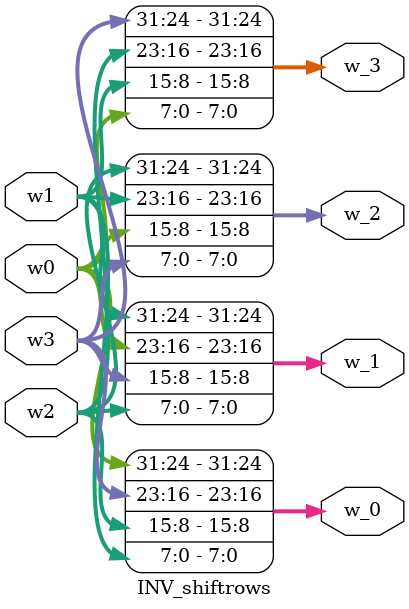
<source format=v>
`timescale 1ns / 1ps
module INV_shiftrows(
	input wire [31:0] w0,w1,w2,w3,
	output reg [31:0] w_0,w_1,w_2,w_3
 );

always@(w0 or w1 or w2 or w3)
begin

	w_0[31:24] = w0[31:24];
	w_1[31:24] = w1[31:24];
	w_2[31:24] = w2[31:24];
	w_3[31:24] = w3[31:24];
	
	w_0[23:16] = w3[23:16];
	w_1[23:16] = w0[23:16];
	w_2[23:16] = w1[23:16];
	w_3[23:16] = w2[23:16];
	
	w_0[15:8] = w2[15:8];
	w_1[15:8] = w3[15:8];
	w_2[15:8] = w0[15:8];
	w_3[15:8] = w1[15:8];	
		
	w_0[7:0] = w1[7:0];
	w_1[7:0] = w2[7:0];
	w_2[7:0] = w3[7:0];
	w_3[7:0] = w0[7:0];
end

endmodule

</source>
